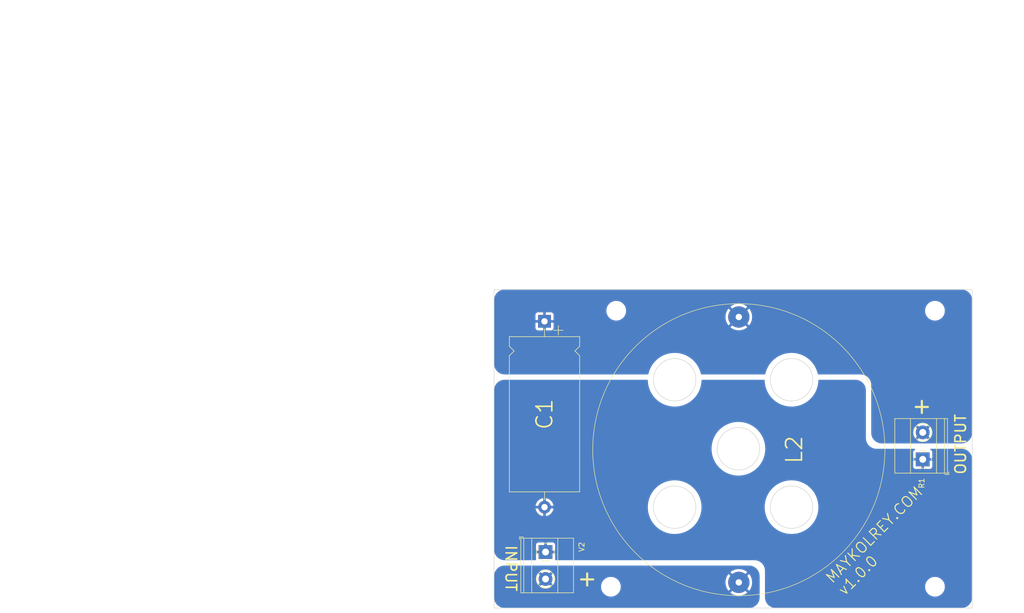
<source format=kicad_pcb>
(kicad_pcb (version 20221018) (generator pcbnew)
  (title_block (title "Filtro pasa bajas pasivo de segundo orden") (date "2023-04-30") (rev "v1.0.0") (comment 1 "Maykol Rey"))
  (layers (0 "F.Cu" signal) (31 "B.Cu" signal) (34 "B.Paste" user) (35 "F.Paste" user) (36 "B.SilkS" user "B.Silkscreen") (37 "F.SilkS" user "F.Silkscreen") (38 "B.Mask" user) (39 "F.Mask" user) (44 "Edge.Cuts" user))
  (net 0 "")
  (net 1 "/vo")
  (net 2 "GND")
  (net 3 "/vi")
  (footprint "TerminalBlock_Phoenix:TerminalBlock_Phoenix_MKDS-1,5-2-5.08_1x02_P5.08mm_Horizontal" (layer "F.Cu") (at 186.695 99 90)
    (fp_text reference "R1" (at -4.5 -0.195 90) (layer "F.SilkS"))
    (fp_text value "r=8")
    (fp_line (start -2.84 4.16) (end -2.84 4.9) (stroke (width 0.12)) (layer "F.SilkS"))
    (fp_line (start -2.84 4.9) (end -2.34 4.9) (stroke (width 0.12)) (layer "F.SilkS"))
    (fp_line (start -2.6 -5.261) (end -2.6 4.66) (stroke (width 0.12)) (layer "F.SilkS"))
    (fp_line (start -2.6 -5.261) (end 7.68 -5.261) (stroke (width 0.12)) (layer "F.SilkS"))
    (fp_line (start -2.6 -2.301) (end 7.68 -2.301) (stroke (width 0.12)) (layer "F.SilkS"))
    (fp_line (start -2.6 2.6) (end 7.68 2.6) (stroke (width 0.12)) (layer "F.SilkS"))
    (fp_line (start -2.6 4.1) (end 7.68 4.1) (stroke (width 0.12)) (layer "F.SilkS"))
    (fp_line (start -2.6 4.66) (end 7.68 4.66) (stroke (width 0.12)) (layer "F.SilkS"))
    (fp_line (start 3.853 1.023) (end 3.806 1.069) (stroke (width 0.12)) (layer "F.SilkS"))
    (fp_line (start 4.046 1.239) (end 4.011 1.274) (stroke (width 0.12)) (layer "F.SilkS"))
    (fp_line (start 6.15 -1.275) (end 6.115 -1.239) (stroke (width 0.12)) (layer "F.SilkS"))
    (fp_line (start 6.355 -1.069) (end 6.308 -1.023) (stroke (width 0.12)) (layer "F.SilkS"))
    (fp_line (start 7.68 -5.261) (end 7.68 4.66) (stroke (width 0.12)) (layer "F.SilkS"))
    (fp_arc (start -1.535427 0.683042) (mid -1.680501 -0.000524) (end -1.535 -0.684) (stroke (width 0.12)) (layer "F.SilkS"))
    (fp_arc (start -0.683042 -1.535427) (mid 0.000524 -1.680501) (end 0.684 -1.535) (stroke (width 0.12)) (layer "F.SilkS"))
    (fp_arc (start 0.028805 1.680253) (mid -0.335551 1.646659) (end -0.684 1.535) (stroke (width 0.12)) (layer "F.SilkS"))
    (fp_arc (start 0.683318 1.534756) (mid 0.349292 1.643288) (end 0 1.68) (stroke (width 0.12)) (layer "F.SilkS"))
    (fp_arc (start 1.535427 -0.683042) (mid 1.680501 0.000524) (end 1.535 0.684) (stroke (width 0.12)) (layer "F.SilkS"))
    (fp_circle (center 5.08 0) (end 6.76 0) (stroke (width 0.12)) (fill none) (layer "F.SilkS"))
    (pad "1" thru_hole rect (at 0 0 90) (size 2.6 2.6) (drill 1.3) (layers "*.Cu" "*.Mask") (net 2 "GND"))
    (pad "2" thru_hole circle (at 5.08 0 90) (size 2.6 2.6) (drill 1.3) (layers "*.Cu" "*.Mask") (net 1 "/vo"))
  )
  (footprint "MR-footprint:Inductor_3055" (layer "F.Cu") (at 152.075 97.175 90)
    (fp_text reference "L2" (at 0 10.425 90 unlocked) (layer "F.SilkS") (effects (font (size 3 3) (thickness 0.3))))
    (fp_text value "l=1.8m")
    (fp_circle (center 0 0) (end 27.5 0) (stroke (width 0.1)) (fill none) (layer "F.SilkS"))
    (pad "1" thru_hole circle (at -25 0 90) (size 4 4) (drill 1.2) (layers "*.Cu" "*.Mask") (net 3 "/vi"))
    (pad "2" thru_hole circle (at 25 0 90) (size 4 4) (drill 1.2) (layers "*.Cu" "*.Mask") (net 1 "/vo"))
  )
  (footprint "MountingHole:MountingHole_3.2mm_M3_DIN965" (layer "F.Cu") (at 189 71)
    (fp_text reference "H2" hide)
    (fp_text value "MountingHole")
    (pad "" np_thru_hole circle (at 0 0) (size 3.2 3.2) (drill 3.2) (layers "*.Cu" "*.Mask"))
  )
  (footprint "MountingHole:MountingHole_3.2mm_M3_DIN965" (layer "F.Cu") (at 189 123)
    (fp_text reference "H3" hide)
    (fp_text value "MountingHole")
    (pad "" np_thru_hole circle (at 0 0) (size 3.2 3.2) (drill 3.2) (layers "*.Cu" "*.Mask"))
  )
  (footprint "Capacitor_THT:CP_Axial_L29.0mm_D13.0mm_P35.00mm_Horizontal" (layer "F.Cu") (at 115.5 73 -90)
    (fp_text reference "C1" (at 17.5 0 90) (layer "F.SilkS") (effects (font (size 3 3) (thickness 0.3))))
    (fp_text value "c=56u")
    (fp_line (start 0.78 -2.6) (end 2.58 -2.6) (stroke (width 0.12)) (layer "F.SilkS"))
    (fp_line (start 1.44 0) (end 2.88 0) (stroke (width 0.12)) (layer "F.SilkS"))
    (fp_line (start 1.68 -3.5) (end 1.68 -1.7) (stroke (width 0.12)) (layer "F.SilkS"))
    (fp_line (start 2.88 -6.62) (end 2.88 6.62) (stroke (width 0.12)) (layer "F.SilkS"))
    (fp_line (start 2.88 -6.62) (end 4.68 -6.62) (stroke (width 0.12)) (layer "F.SilkS"))
    (fp_line (start 2.88 6.62) (end 4.68 6.62) (stroke (width 0.12)) (layer "F.SilkS"))
    (fp_line (start 4.68 -6.62) (end 5.58 -5.72) (stroke (width 0.12)) (layer "F.SilkS"))
    (fp_line (start 4.68 6.62) (end 5.58 5.72) (stroke (width 0.12)) (layer "F.SilkS"))
    (fp_line (start 5.58 -5.72) (end 6.48 -6.62) (stroke (width 0.12)) (layer "F.SilkS"))
    (fp_line (start 5.58 5.72) (end 6.48 6.62) (stroke (width 0.12)) (layer "F.SilkS"))
    (fp_line (start 6.48 -6.62) (end 32.12 -6.62) (stroke (width 0.12)) (layer "F.SilkS"))
    (fp_line (start 6.48 6.62) (end 32.12 6.62) (stroke (width 0.12)) (layer "F.SilkS"))
    (fp_line (start 32.12 -6.62) (end 32.12 6.62) (stroke (width 0.12)) (layer "F.SilkS"))
    (fp_line (start 33.56 0) (end 32.12 0) (stroke (width 0.12)) (layer "F.SilkS"))
    (pad "1" thru_hole rect (at 0 0 270) (size 2.4 2.4) (drill 1.2) (layers "*.Cu" "*.Mask") (net 1 "/vo"))
    (pad "2" thru_hole oval (at 35 0 270) (size 2.4 2.4) (drill 1.2) (layers "*.Cu" "*.Mask") (net 2 "GND"))
  )
  (footprint "MountingHole:MountingHole_3.2mm_M3_DIN965" (layer "F.Cu") (at 128 123)
    (fp_text reference "H4" hide)
    (fp_text value "MountingHole")
    (pad "" np_thru_hole circle (at 0 0) (size 3.2 3.2) (drill 3.2) (layers "*.Cu" "*.Mask"))
  )
  (footprint "TerminalBlock_Phoenix:TerminalBlock_Phoenix_MKDS-1,5-2-5.08_1x02_P5.08mm_Horizontal" (layer "F.Cu") (at 115.695 116.455 -90)
    (fp_text reference "V2" (at -0.955 -6.805 90) (layer "F.SilkS"))
    (fp_text value "50Vac")
    (fp_line (start -2.84 4.16) (end -2.84 4.9) (stroke (width 0.12)) (layer "F.SilkS"))
    (fp_line (start -2.84 4.9) (end -2.34 4.9) (stroke (width 0.12)) (layer "F.SilkS"))
    (fp_line (start -2.6 -5.261) (end -2.6 4.66) (stroke (width 0.12)) (layer "F.SilkS"))
    (fp_line (start -2.6 -5.261) (end 7.68 -5.261) (stroke (width 0.12)) (layer "F.SilkS"))
    (fp_line (start -2.6 -2.301) (end 7.68 -2.301) (stroke (width 0.12)) (layer "F.SilkS"))
    (fp_line (start -2.6 2.6) (end 7.68 2.6) (stroke (width 0.12)) (layer "F.SilkS"))
    (fp_line (start -2.6 4.1) (end 7.68 4.1) (stroke (width 0.12)) (layer "F.SilkS"))
    (fp_line (start -2.6 4.66) (end 7.68 4.66) (stroke (width 0.12)) (layer "F.SilkS"))
    (fp_line (start 3.853 1.023) (end 3.806 1.069) (stroke (width 0.12)) (layer "F.SilkS"))
    (fp_line (start 4.046 1.239) (end 4.011 1.274) (stroke (width 0.12)) (layer "F.SilkS"))
    (fp_line (start 6.15 -1.275) (end 6.115 -1.239) (stroke (width 0.12)) (layer "F.SilkS"))
    (fp_line (start 6.355 -1.069) (end 6.308 -1.023) (stroke (width 0.12)) (layer "F.SilkS"))
    (fp_line (start 7.68 -5.261) (end 7.68 4.66) (stroke (width 0.12)) (layer "F.SilkS"))
    (fp_arc (start -1.535427 0.683042) (mid -1.680501 -0.000524) (end -1.535 -0.684) (stroke (width 0.12)) (layer "F.SilkS"))
    (fp_arc (start -0.683042 -1.535427) (mid 0.000524 -1.680501) (end 0.684 -1.535) (stroke (width 0.12)) (layer "F.SilkS"))
    (fp_arc (start 0.028805 1.680253) (mid -0.335551 1.646659) (end -0.684 1.535) (stroke (width 0.12)) (layer "F.SilkS"))
    (fp_arc (start 0.683318 1.534756) (mid 0.349292 1.643288) (end 0 1.68) (stroke (width 0.12)) (layer "F.SilkS"))
    (fp_arc (start 1.535427 -0.683042) (mid 1.680501 0.000524) (end 1.535 0.684) (stroke (width 0.12)) (layer "F.SilkS"))
    (fp_circle (center 5.08 0) (end 6.76 0) (stroke (width 0.12)) (fill none) (layer "F.SilkS"))
    (pad "1" thru_hole rect (at 0 0 270) (size 2.6 2.6) (drill 1.3) (layers "*.Cu" "*.Mask") (net 2 "GND"))
    (pad "2" thru_hole circle (at 5.08 0 270) (size 2.6 2.6) (drill 1.3) (layers "*.Cu" "*.Mask") (net 3 "/vi"))
  )
  (footprint "MountingHole:MountingHole_3.2mm_M3_DIN965" (layer "F.Cu") (at 129 71)
    (fp_text reference "H1" hide)
    (fp_text value "MountingHole")
    (pad "" np_thru_hole circle (at 0 0) (size 3.2 3.2) (drill 3.2) (layers "*.Cu" "*.Mask"))
  )
  (gr_circle (center 140 84) (end 140 80) (stroke (width 0.1)) (fill none) (layer "Edge.Cuts"))
  (gr_circle (center 162 84) (end 162 80) (stroke (width 0.1)) (fill none) (layer "Edge.Cuts"))
  (gr_circle (center 162 108) (end 162 104) (stroke (width 0.1)) (fill none) (layer "Edge.Cuts"))
  (gr_circle (center 140 108) (end 140 104) (stroke (width 0.1)) (fill none) (layer "Edge.Cuts"))
  (gr_rect (start 106 67) (end 196 127) (stroke (width 0.1)) (fill none) (layer "Edge.Cuts"))
  (gr_circle (center 152 97) (end 156 97) (stroke (width 0.1)) (fill none) (layer "Edge.Cuts"))
  (gr_text "OUTPUT" (at 195 102 90) (layer "F.SilkS") (effects (font (size 2 2) (thickness 0.3)) (justify left bottom)))
  (gr_text "+" (at 185 87 270) (layer "F.SilkS") (effects (font (size 3 3) (thickness 0.4)) (justify left bottom)))
  (gr_text "INPUT" (at 108 115 -90) (layer "F.SilkS") (effects (font (size 2 2) (thickness 0.3)) (justify left bottom)))
  (gr_text "+" (at 122 119.5 270) (layer "F.SilkS") (effects (font (size 3 3) (thickness 0.4) bold) (justify left bottom)))
  (gr_text "MAYKOLREY.COM\n${REVISION}" (at 172 125 45) (layer "F.SilkS") (effects (font (size 2 2) (thickness 0.2)) (justify left bottom)))
  (zone (net 2) (net_name "GND") (layer "B.Cu") (priority 2) (connect_pads (clearance 0.5)) (min_thickness 0.25) (fill yes (thermal_gap 0.5) (thermal_bridge_width 0.5) (smoothing fillet) (radius 2))
    (polygon (pts (xy 105 84) (xy 176 84) (xy 176 97) (xy 197 97) (xy 197 128) (xy 157 128) (xy 157 118) (xy 105 118)))
  )
  (zone (net 3) (net_name "/vi") (layer "B.Cu") (connect_pads (clearance 0.5)) (min_thickness 0.25) (fill yes (thermal_gap 0.5) (thermal_bridge_width 0.5) (smoothing fillet) (radius 2))
    (polygon (pts (xy 105 128) (xy 105 119) (xy 156 119) (xy 156 128)))
  )
  (zone (net 1) (net_name "/vo") (layer "B.Cu") (priority 1) (connect_pads (clearance 0.5)) (min_thickness 0.25) (fill yes (thermal_gap 0.5) (thermal_bridge_width 0.5) (smoothing fillet) (radius 2))
    (polygon (pts (xy 105 66) (xy 105 83) (xy 177 83) (xy 177 96) (xy 197 96) (xy 197 66)))
  )
)
</source>
